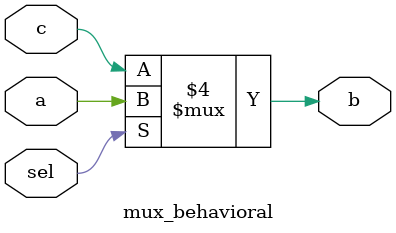
<source format=v>
module mux_behavioral(input a, input c, input sel, output reg b);
  always @(sel,a,c)
     if (sel == 1)
         b = a;
      else
          b = c;
endmodule

</source>
